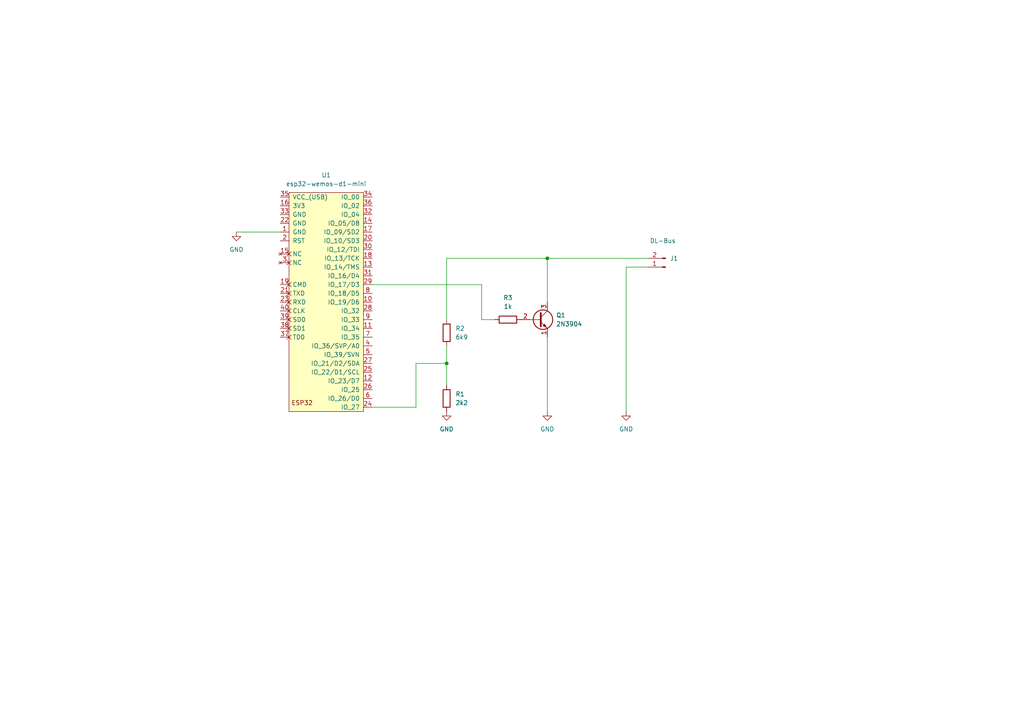
<source format=kicad_sch>
(kicad_sch (version 20250114) (generator "eeschema") (generator_version "9.0")
  (paper "A4")
  (lib_symbols
    (symbol "Connector:Conn_01x02_Pin" (pin_names (offset 1.016) (hide yes))
      (property "Reference" "J" (at 0 2.54 0))
      (property "Value" "Conn_01x02_Pin" (at 0 -5.08 0))
      (symbol "Conn_01x02_Pin_1_1"
        (rectangle (start 0.8636 0.127) (end 0 -0.127) (stroke (width 0.1524)) (fill (type outline)))
        (rectangle (start 0.8636 -2.413) (end 0 -2.667) (stroke (width 0.1524)) (fill (type outline)))
        (polyline (pts (xy 1.27 0) (xy 0.8636 0)) (stroke (width 0.1524)))
        (polyline (pts (xy 1.27 -2.54) (xy 0.8636 -2.54)) (stroke (width 0.1524)))
        (pin passive line (at 5.08 0 180) (length 3.81) (name "Pin_1") (number "1"))
        (pin passive line (at 5.08 -2.54 180) (length 3.81) (name "Pin_2") (number "2"))
      )
    )
    (symbol "Device:R" (pin_numbers (hide yes)) (pin_names (offset 0))
      (property "Reference" "R" (at 2.032 0 90))
      (property "Value" "R" (at 0 0 90))
      (symbol "R_0_1"
        (rectangle (start -1.016 -2.54) (end 1.016 2.54) (stroke (width 0.254)))
      )
      (symbol "R_1_1"
        (pin passive line (at 0 3.81 270) (length 1.27) (name "~") (number "1"))
        (pin passive line (at 0 -3.81 90) (length 1.27) (name "~") (number "2"))
      )
    )
    (symbol "ESP32-Wemos-D1-Mini:esp32-wemos-d1-mini" (pin_names (offset 1.016))
      (property "Reference" "U" (at -7.62 -50.8 0))
      (property "Value" "esp32-wemos-d1-mini" (at 5.08 -59.69 0))
      (symbol "esp32-wemos-d1-mini_0_0"
        (text "ESP32" (at 7.62 -62.23 0) (effects (font (size 1.27 1.27))))
        (pin bidirectional line (at -12.7 -45.72 0) (length 2.54) (name "IO_36/SVP/A0") (number "4"))
        (pin bidirectional line (at -12.7 -48.26 0) (length 2.54) (name "IO_39/SVN") (number "5"))
        (pin power_in line (at 13.97 -12.7 180) (length 2.54) (name "GND") (number "1"))
        (pin input line (at 13.97 -15.24 180) (length 2.54) (name "RST") (number "2"))
        (pin no_connect non_logic (at 13.97 -21.59 180) (length 2.54) (name "NC") (number "3"))
      )
      (symbol "esp32-wemos-d1-mini_0_1"
        (rectangle (start -10.16 -1.27) (end 11.43 -64.77) (fill (type background)))
      )
      (symbol "esp32-wemos-d1-mini_1_1"
        (pin bidirectional line (at -12.7 -2.54 0) (length 2.54) (name "IO_00") (number "34"))
        (pin bidirectional line (at -12.7 -5.08 0) (length 2.54) (name "IO_02") (number "36"))
        (pin bidirectional line (at -12.7 -7.62 0) (length 2.54) (name "IO_04") (number "32"))
        (pin bidirectional line (at -12.7 -10.16 0) (length 2.54) (name "IO_05/D8") (number "14"))
        (pin bidirectional line (at -12.7 -12.7 0) (length 2.54) (name "IO_09/SD2") (number "17"))
        (pin bidirectional line (at -12.7 -15.24 0) (length 2.54) (name "IO_10/SD3") (number "20"))
        (pin bidirectional line (at -12.7 -17.78 0) (length 2.54) (name "IO_12/TDI") (number "30"))
        (pin bidirectional line (at -12.7 -20.32 0) (length 2.54) (name "IO_13/TCK") (number "18"))
        (pin bidirectional line (at -12.7 -22.86 0) (length 2.54) (name "IO_14/TMS") (number "13"))
        (pin bidirectional line (at -12.7 -25.4 0) (length 2.54) (name "IO_16/D4") (number "31"))
        (pin bidirectional line (at -12.7 -27.94 0) (length 2.54) (name "IO_17/D3") (number "29"))
        (pin bidirectional line (at -12.7 -30.48 0) (length 2.54) (name "IO_18/D5") (number "8"))
        (pin bidirectional line (at -12.7 -33.02 0) (length 2.54) (name "IO_19/D6") (number "10"))
        (pin bidirectional line (at -12.7 -35.56 0) (length 2.54) (name "IO_32") (number "28"))
        (pin bidirectional line (at -12.7 -38.1 0) (length 2.54) (name "IO_33") (number "9"))
        (pin bidirectional line (at -12.7 -40.64 0) (length 2.54) (name "IO_34") (number "11"))
        (pin bidirectional line (at -12.7 -43.18 0) (length 2.54) (name "IO_35") (number "7"))
        (pin bidirectional line (at -12.7 -50.8 0) (length 2.54) (name "IO_21/D2/SDA") (number "27"))
        (pin bidirectional line (at -12.7 -53.34 0) (length 2.54) (name "IO_22/D1/SCL") (number "25"))
        (pin bidirectional line (at -12.7 -55.88 0) (length 2.54) (name "IO_23/D7") (number "12"))
        (pin bidirectional line (at -12.7 -58.42 0) (length 2.54) (name "IO_25") (number "26"))
        (pin bidirectional line (at -12.7 -60.96 0) (length 2.54) (name "IO_26/D0") (number "6"))
        (pin bidirectional line (at -12.7 -63.5 0) (length 2.54) (name "IO_27") (number "24"))
        (pin power_in line (at 13.97 -2.54 180) (length 2.54) (name "VCC_(USB)") (number "35"))
        (pin power_in line (at 13.97 -5.08 180) (length 2.54) (name "3V3") (number "16"))
        (pin power_in line (at 13.97 -7.62 180) (length 2.54) (name "GND") (number "33"))
        (pin power_in line (at 13.97 -10.16 180) (length 2.54) (name "GND") (number "22"))
        (pin no_connect non_logic (at 13.97 -19.05 180) (length 2.54) (name "NC") (number "15"))
        (pin passive non_logic (at 13.97 -27.94 180) (length 2.54) (name "CMD") (number "19"))
        (pin passive non_logic (at 13.97 -30.48 180) (length 2.54) (name "TXD") (number "21"))
        (pin passive non_logic (at 13.97 -33.02 180) (length 2.54) (name "RXD") (number "23"))
        (pin passive non_logic (at 13.97 -35.56 180) (length 2.54) (name "CLK") (number "40"))
        (pin passive non_logic (at 13.97 -38.1 180) (length 2.54) (name "SD0") (number "39"))
        (pin passive non_logic (at 13.97 -40.64 180) (length 2.54) (name "SD1") (number "38"))
        (pin passive non_logic (at 13.97 -43.18 180) (length 2.54) (name "TD0") (number "37"))
      )
    )
    (symbol "Transistor_BJT:2N3904" (pin_names (offset 0) (hide yes))
      (property "Reference" "Q" (at 5.08 1.905 0))
      (property "Value" "2N3904" (at 5.08 0 0))
      (symbol "2N3904_0_1"
        (polyline (pts (xy -2.54 0) (xy 0.635 0)))
        (polyline (pts (xy 0.635 1.905) (xy 0.635 -1.905)) (stroke (width 0.508)))
        (circle (center 1.27 0) (radius 2.8194) (stroke (width 0.254)))
      )
      (symbol "2N3904_1_1"
        (polyline (pts (xy 0.635 0.635) (xy 2.54 2.54)))
        (polyline (pts (xy 0.635 -0.635) (xy 2.54 -2.54)))
        (polyline (pts (xy 1.27 -1.778) (xy 1.778 -1.27) (xy 2.286 -2.286) (xy 1.27 -1.778)) (fill (type outline)))
        (pin input line (at -5.08 0 0) (length 2.54) (name "B") (number "2"))
        (pin passive line (at 2.54 5.08 270) (length 2.54) (name "C") (number "3"))
        (pin passive line (at 2.54 -5.08 90) (length 2.54) (name "E") (number "1"))
      )
    )
    (symbol "power:GND" (power) (pin_numbers (hide yes)) (pin_names (offset 0) (hide yes))
      (property "Value" "GND" (at 0 -3.81 0))
      (symbol "GND_0_1"
        (polyline (pts (xy 0 0) (xy 0 -1.27) (xy 1.27 -1.27) (xy 0 -2.54) (xy -1.27 -1.27) (xy 0 -1.27)))
      )
      (symbol "GND_1_1"
        (pin power_in line (at 0 0 270) (length 0) (name "~") (number "1"))
      )
    )
  )
  (junction (at 158.75 74.93))
  (junction (at 129.54 105.41))
  (wire (pts (xy 129.54 74.93) (xy 158.75 74.93)))
  (wire (pts (xy 158.75 97.79) (xy 158.75 119.38)))
  (wire (pts (xy 107.95 118.11) (xy 120.65 118.11)))
  (wire (pts (xy 158.75 74.93) (xy 187.96 74.93)))
  (wire (pts (xy 120.65 118.11) (xy 120.65 105.41)))
  (wire (pts (xy 158.75 74.93) (xy 158.75 87.63)))
  (wire (pts (xy 129.54 105.41) (xy 129.54 111.76)))
  (wire (pts (xy 107.95 82.55) (xy 139.7 82.55)))
  (wire (pts (xy 129.54 100.33) (xy 129.54 105.41)))
  (wire (pts (xy 181.61 119.38) (xy 181.61 77.47)))
  (wire (pts (xy 143.51 92.71) (xy 139.7 92.71)))
  (wire (pts (xy 139.7 82.55) (xy 139.7 92.71)))
  (wire (pts (xy 181.61 77.47) (xy 187.96 77.47)))
  (wire (pts (xy 129.54 92.71) (xy 129.54 74.93)))
  (wire (pts (xy 120.65 105.41) (xy 129.54 105.41)))
  (wire (pts (xy 68.58 67.31) (xy 81.28 67.31)))
  (symbol (lib_id "ESP32-Wemos-D1-Mini:esp32-wemos-d1-mini") (at 95.25 54.61 0) (mirror y) (unit 1)
    (property "Reference" "U1" (at 94.615 50.8 0))
    (property "Value" "esp32-wemos-d1-mini" (at 94.615 53.34 0))
    (property "Footprint" "esp32-wemos-d1-mini:esp32-wemos-d1-mini" (effects (hide yes)))
  )
  (symbol (lib_id "power:GND") (at 68.58 67.31 0) (unit 1)
    (property "Reference" "#PWR01" (effects (hide yes)))
    (property "Value" "GND" (at 68.58 72.39 0))
    (property "Description" "Power symbol creates a global label with name \"GND\" , ground" (effects (hide yes)))
  )
  (symbol (lib_id "Connector:Conn_01x02_Pin") (at 193.04 77.47 180) (unit 1)
    (property "Reference" "J1" (at 194.31 74.9299 0) (effects (justify right)))
    (property "Value" "DL-Bus" (at 188.468 69.85 0) (effects (justify right)))
    (property "Description" "Generic connector, single row, 01x02, script generated" (effects (hide yes)))
  )
  (symbol (lib_id "Device:R") (at 129.54 96.52 180) (unit 1)
    (property "Reference" "R2" (at 132.08 95.2499 0) (effects (justify right)))
    (property "Value" "6k9" (at 132.08 97.7899 0) (effects (justify right)))
    (property "Description" "Resistor" (effects (hide yes)))
  )
  (symbol (lib_id "Device:R") (at 129.54 115.57 180) (unit 1)
    (property "Reference" "R1" (at 132.08 114.2999 0) (effects (justify right)))
    (property "Value" "2k2" (at 132.08 116.8399 0) (effects (justify right)))
    (property "Description" "Resistor" (effects (hide yes)))
  )
  (symbol (lib_id "power:GND") (at 181.61 119.38 0) (unit 1)
    (property "Reference" "#PWR03" (effects (hide yes)))
    (property "Value" "GND" (at 181.61 124.46 0))
    (property "Description" "Power symbol creates a global label with name \"GND\" , ground" (effects (hide yes)))
  )
  (symbol (lib_id "power:GND") (at 129.54 119.38 0) (unit 1)
    (property "Reference" "#PWR02" (effects (hide yes)))
    (property "Value" "GND" (at 129.54 124.46 0))
    (property "Description" "Power symbol creates a global label with name \"GND\" , ground" (effects (hide yes)))
  )
  (symbol (lib_id "power:GND") (at 158.75 119.38 0) (unit 1)
    (property "Reference" "#PWR04" (effects (hide yes)))
    (property "Value" "GND" (at 158.75 124.46 0))
    (property "Description" "Power symbol creates a global label with name \"GND\" , ground" (effects (hide yes)))
  )
  (symbol (lib_id "Device:R") (at 147.32 92.71 270) (unit 1)
    (property "Reference" "R3" (at 147.32 86.36 90))
    (property "Value" "1k" (at 147.32 88.9 90))
    (property "Description" "Resistor" (effects (hide yes)))
  )
  (symbol (lib_id "Transistor_BJT:2N3904") (at 156.21 92.71 0) (unit 1)
    (property "Reference" "Q1" (at 161.29 91.4399 0) (effects (justify left)))
    (property "Value" "2N3904" (at 161.29 93.9799 0) (effects (justify left)))
    (property "Footprint" "Package_TO_SOT_THT:TO-92_Inline" (effects (hide yes)))
    (property "Datasheet" "https://www.onsemi.com/pub/Collateral/2N3903-D.PDF" (effects (hide yes)))
    (property "Description" "0.2A Ic, 40V Vce, Small Signal NPN Transistor, TO-92" (effects (hide yes)))
  )
)
</source>
